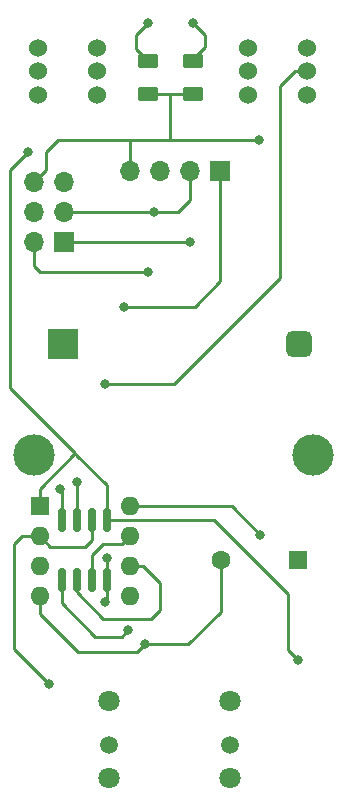
<source format=gbr>
%TF.GenerationSoftware,KiCad,Pcbnew,6.0.9*%
%TF.CreationDate,2023-02-22T15:13:05+01:00*%
%TF.ProjectId,sygeco1,73796765-636f-4312-9e6b-696361645f70,1.0*%
%TF.SameCoordinates,Original*%
%TF.FileFunction,Copper,L1,Top*%
%TF.FilePolarity,Positive*%
%FSLAX46Y46*%
G04 Gerber Fmt 4.6, Leading zero omitted, Abs format (unit mm)*
G04 Created by KiCad (PCBNEW 6.0.9) date 2023-02-22 15:13:05*
%MOMM*%
%LPD*%
G01*
G04 APERTURE LIST*
G04 Aperture macros list*
%AMRoundRect*
0 Rectangle with rounded corners*
0 $1 Rounding radius*
0 $2 $3 $4 $5 $6 $7 $8 $9 X,Y pos of 4 corners*
0 Add a 4 corners polygon primitive as box body*
4,1,4,$2,$3,$4,$5,$6,$7,$8,$9,$2,$3,0*
0 Add four circle primitives for the rounded corners*
1,1,$1+$1,$2,$3*
1,1,$1+$1,$4,$5*
1,1,$1+$1,$6,$7*
1,1,$1+$1,$8,$9*
0 Add four rect primitives between the rounded corners*
20,1,$1+$1,$2,$3,$4,$5,0*
20,1,$1+$1,$4,$5,$6,$7,0*
20,1,$1+$1,$6,$7,$8,$9,0*
20,1,$1+$1,$8,$9,$2,$3,0*%
G04 Aperture macros list end*
%TA.AperFunction,ComponentPad*%
%ADD10C,1.524000*%
%TD*%
%TA.AperFunction,ComponentPad*%
%ADD11R,1.700000X1.700000*%
%TD*%
%TA.AperFunction,ComponentPad*%
%ADD12O,1.700000X1.700000*%
%TD*%
%TA.AperFunction,SMDPad,CuDef*%
%ADD13RoundRect,0.250000X0.625000X-0.375000X0.625000X0.375000X-0.625000X0.375000X-0.625000X-0.375000X0*%
%TD*%
%TA.AperFunction,ComponentPad*%
%ADD14R,1.600000X1.600000*%
%TD*%
%TA.AperFunction,ComponentPad*%
%ADD15C,1.600000*%
%TD*%
%TA.AperFunction,ComponentPad*%
%ADD16C,1.800000*%
%TD*%
%TA.AperFunction,ComponentPad*%
%ADD17C,1.500000*%
%TD*%
%TA.AperFunction,ComponentPad*%
%ADD18C,3.500000*%
%TD*%
%TA.AperFunction,ComponentPad*%
%ADD19R,2.500000X2.500000*%
%TD*%
%TA.AperFunction,ComponentPad*%
%ADD20RoundRect,0.550000X-0.550000X-0.550000X0.550000X-0.550000X0.550000X0.550000X-0.550000X0.550000X0*%
%TD*%
%TA.AperFunction,SMDPad,CuDef*%
%ADD21RoundRect,0.162500X-0.162500X0.825000X-0.162500X-0.825000X0.162500X-0.825000X0.162500X0.825000X0*%
%TD*%
%TA.AperFunction,ComponentPad*%
%ADD22O,1.600000X1.600000*%
%TD*%
%TA.AperFunction,ViaPad*%
%ADD23C,0.800000*%
%TD*%
%TA.AperFunction,Conductor*%
%ADD24C,0.250000*%
%TD*%
G04 APERTURE END LIST*
D10*
%TO.P,SW1,1,A*%
%TO.N,unconnected-(SW1-Pad1)*%
X130954000Y-62690000D03*
%TO.P,SW1,2,B*%
%TO.N,Net-(BT1-Pad1)*%
X130954000Y-60690000D03*
%TO.P,SW1,3,C*%
%TO.N,VCC*%
X130954000Y-58690000D03*
%TO.P,SW1,4,A*%
%TO.N,unconnected-(SW1-Pad4)*%
X135954000Y-62690000D03*
%TO.P,SW1,5,B*%
%TO.N,Net-(BT1-Pad1)*%
X135954000Y-60690000D03*
%TO.P,SW1,6,C*%
%TO.N,VCC*%
X135954000Y-58690000D03*
%TD*%
%TO.P,SW2,1,A*%
%TO.N,unconnected-(SW2-Pad1)*%
X148734000Y-62690000D03*
%TO.P,SW2,2,B*%
%TO.N,VCC*%
X148734000Y-60690000D03*
%TO.P,SW2,3,C*%
%TO.N,Net-(R9-Pad1)*%
X148734000Y-58690000D03*
%TO.P,SW2,4,A*%
%TO.N,unconnected-(SW2-Pad4)*%
X153734000Y-62690000D03*
%TO.P,SW2,5,B*%
%TO.N,Net-(SW2-Pad5)*%
X153734000Y-60690000D03*
%TO.P,SW2,6,C*%
%TO.N,Net-(R10-Pad2)*%
X153734000Y-58690000D03*
%TD*%
D11*
%TO.P,J1,1,SDA*%
%TO.N,SDA*%
X146354800Y-69138800D03*
D12*
%TO.P,J1,2,SCL*%
%TO.N,SCL*%
X143814800Y-69138800D03*
%TO.P,J1,3,Vcc*%
%TO.N,VCC*%
X141274800Y-69138800D03*
%TO.P,J1,4,GND*%
%TO.N,GND*%
X138734800Y-69138800D03*
%TD*%
D13*
%TO.P,D1,1,K*%
%TO.N,GND*%
X140208000Y-62614000D03*
%TO.P,D1,2,A*%
%TO.N,Net-(D1-Pad2)*%
X140208000Y-59814000D03*
%TD*%
D14*
%TO.P,LS1,1,1*%
%TO.N,Net-(LS1-Pad1)*%
X152908000Y-102108000D03*
D15*
%TO.P,LS1,2,2*%
%TO.N,GND*%
X146408000Y-102108000D03*
%TD*%
D16*
%TO.P,S1,1,A*%
%TO.N,Net-(R1-Pad2)*%
X136906000Y-114046000D03*
D17*
%TO.P,S1,2,B*%
%TO.N,Net-(R8-Pad2)*%
X136906000Y-117746000D03*
D16*
%TO.P,S1,3,C*%
%TO.N,Net-(R5-Pad2)*%
X136906000Y-120546000D03*
%TO.P,S1,4,Com*%
%TO.N,GND*%
X147206000Y-120546000D03*
D17*
%TO.P,S1,5,D*%
%TO.N,Net-(R2-Pad2)*%
X147206000Y-117746000D03*
D16*
%TO.P,S1,6,Center*%
%TO.N,Button*%
X147206000Y-114046000D03*
%TD*%
D11*
%TO.P,J2,1,MISO*%
%TO.N,Button*%
X133096000Y-75184000D03*
D12*
%TO.P,J2,2,VCC*%
%TO.N,VCC*%
X130556000Y-75184000D03*
%TO.P,J2,3,SCK*%
%TO.N,SCL*%
X133096000Y-72644000D03*
%TO.P,J2,4,MOSI*%
%TO.N,SDA*%
X130556000Y-72644000D03*
%TO.P,J2,5,~{RST}*%
%TO.N,PAD_AXIS_1*%
X133096000Y-70104000D03*
%TO.P,J2,6,GND*%
%TO.N,GND*%
X130556000Y-70104000D03*
%TD*%
D18*
%TO.P,H1,1*%
%TO.N,N/C*%
X130556000Y-93218000D03*
%TD*%
%TO.P,H2,1*%
%TO.N,N/C*%
X154178000Y-93218000D03*
%TD*%
D13*
%TO.P,D2,1,K*%
%TO.N,GND*%
X144018000Y-62614000D03*
%TO.P,D2,2,A*%
%TO.N,Net-(D2-Pad2)*%
X144018000Y-59814000D03*
%TD*%
D19*
%TO.P,BT1,1,+*%
%TO.N,Net-(BT1-Pad1)*%
X133040000Y-83770000D03*
D20*
%TO.P,BT1,2,-*%
%TO.N,GND*%
X153040000Y-83770000D03*
%TD*%
D14*
%TO.P,U1,1,~{RESET}/PB5*%
%TO.N,PAD_AXIS_1*%
X131064000Y-97536000D03*
D21*
X136762800Y-98689700D03*
D22*
%TO.P,U1,2,XTAL1/PB3*%
%TO.N,PAD_AXIS_2*%
X131064000Y-100076000D03*
D21*
X135492800Y-98689700D03*
D22*
%TO.P,U1,3,XTAL2/PB4*%
%TO.N,Net-(SW2-Pad5)*%
X131064000Y-102616000D03*
D21*
X134222800Y-98689700D03*
D22*
%TO.P,U1,4,GND*%
%TO.N,GND*%
X131064000Y-105156000D03*
D21*
X132952800Y-98689700D03*
%TO.P,U1,5,AREF/PB0*%
%TO.N,SDA*%
X132952800Y-103764700D03*
D22*
X138684000Y-105156000D03*
%TO.P,U1,6,PB1*%
%TO.N,Button*%
X138684000Y-102616000D03*
D21*
X134222800Y-103764700D03*
D22*
%TO.P,U1,7,PB2*%
%TO.N,SCL*%
X138684000Y-100076000D03*
D21*
X135492800Y-103764700D03*
%TO.P,U1,8,VCC*%
%TO.N,VCC*%
X136762800Y-103764700D03*
D22*
X138684000Y-97536000D03*
%TD*%
D23*
%TO.N,GND*%
X149606000Y-66548000D03*
X139954000Y-109220000D03*
X132765800Y-96037400D03*
%TO.N,SDA*%
X138176000Y-80645000D03*
X138582400Y-108000800D03*
%TO.N,SCL*%
X140716000Y-72644000D03*
%TO.N,VCC*%
X136626600Y-105664000D03*
X140208000Y-77724000D03*
X136762800Y-101888600D03*
X149758400Y-99974400D03*
%TO.N,Button*%
X143764000Y-75184000D03*
%TO.N,Net-(D1-Pad2)*%
X140208000Y-56642000D03*
%TO.N,PAD_AXIS_1*%
X130048000Y-67564000D03*
X152908000Y-110540800D03*
%TO.N,PAD_AXIS_2*%
X131825400Y-112548000D03*
%TO.N,Net-(SW2-Pad5)*%
X136601200Y-87172800D03*
X134222800Y-95444000D03*
%TO.N,Net-(D2-Pad2)*%
X144018000Y-56642000D03*
%TD*%
D24*
%TO.N,GND*%
X130556000Y-70104000D02*
X131572000Y-69088000D01*
X143637000Y-109220000D02*
X139954000Y-109220000D01*
X138684000Y-66548000D02*
X132588000Y-66548000D01*
X138734800Y-66598800D02*
X138684000Y-66548000D01*
X142116000Y-66545000D02*
X142113000Y-66548000D01*
X131064000Y-105156000D02*
X131064000Y-106680000D01*
X142113000Y-66548000D02*
X138684000Y-66548000D01*
X146408000Y-102108000D02*
X146408000Y-106449000D01*
X142116000Y-62614000D02*
X142116000Y-66545000D01*
X131064000Y-106680000D02*
X134289800Y-109905800D01*
X149606000Y-66548000D02*
X142113000Y-66548000D01*
X142116000Y-62614000D02*
X140208000Y-62614000D01*
X134289800Y-109905800D02*
X139268200Y-109905800D01*
X131572000Y-69088000D02*
X131572000Y-67564000D01*
X139268200Y-109905800D02*
X139954000Y-109220000D01*
X132952800Y-96224400D02*
X132765800Y-96037400D01*
X144018000Y-62614000D02*
X142116000Y-62614000D01*
X132588000Y-66548000D02*
X132334000Y-66802000D01*
X138734800Y-69138800D02*
X138734800Y-66598800D01*
X132952800Y-98689700D02*
X132952800Y-96224400D01*
X146408000Y-106449000D02*
X143637000Y-109220000D01*
X131572000Y-67564000D02*
X132334000Y-66802000D01*
%TO.N,SDA*%
X144208500Y-80645000D02*
X138176000Y-80645000D01*
X132952800Y-105724000D02*
X135788400Y-108559600D01*
X135788400Y-108559600D02*
X138023600Y-108559600D01*
X132952800Y-103764700D02*
X132952800Y-105724000D01*
X146354800Y-69138800D02*
X146354800Y-78498700D01*
X138023600Y-108559600D02*
X138582400Y-108000800D01*
X146354800Y-78498700D02*
X144208500Y-80645000D01*
%TO.N,SCL*%
X135492800Y-101641600D02*
X136398000Y-100736400D01*
X133096000Y-72644000D02*
X140716000Y-72644000D01*
X142748000Y-72644000D02*
X143814800Y-71577200D01*
X140716000Y-72644000D02*
X142748000Y-72644000D01*
X138684000Y-100076000D02*
X138023600Y-100736400D01*
X135492800Y-103764700D02*
X135492800Y-101641600D01*
X143814800Y-71577200D02*
X143814800Y-69138800D01*
X138023600Y-100736400D02*
X136398000Y-100736400D01*
%TO.N,VCC*%
X130556000Y-75184000D02*
X130556000Y-77216000D01*
X130556000Y-77216000D02*
X131064000Y-77724000D01*
X136762800Y-103764700D02*
X136762800Y-101888600D01*
X136762800Y-103764700D02*
X136762800Y-105527800D01*
X136762800Y-105527800D02*
X136626600Y-105664000D01*
X131064000Y-77724000D02*
X140208000Y-77724000D01*
X147320000Y-97536000D02*
X149758400Y-99974400D01*
X138684000Y-97536000D02*
X147320000Y-97536000D01*
%TO.N,Button*%
X141224000Y-104013000D02*
X141224000Y-106299000D01*
X133096000Y-75184000D02*
X143764000Y-75184000D01*
X139827000Y-102616000D02*
X141224000Y-104013000D01*
X134222800Y-103764700D02*
X134222800Y-104809600D01*
X134222800Y-104809600D02*
X136448800Y-107035600D01*
X138684000Y-102616000D02*
X139827000Y-102616000D01*
X136448800Y-107035600D02*
X140487400Y-107035600D01*
X141224000Y-106299000D02*
X140487400Y-107035600D01*
%TO.N,Net-(D1-Pad2)*%
X140208000Y-56642000D02*
X139192000Y-57658000D01*
X139192000Y-58798000D02*
X140208000Y-59814000D01*
X139192000Y-57658000D02*
X139192000Y-58798000D01*
%TO.N,PAD_AXIS_1*%
X128524000Y-87503000D02*
X128524000Y-69088000D01*
X131064000Y-96062800D02*
X131064000Y-97536000D01*
X152082500Y-109715300D02*
X152082500Y-104965500D01*
X128524000Y-69088000D02*
X130048000Y-67564000D01*
X145806700Y-98689700D02*
X136762800Y-98689700D01*
X134073900Y-93052900D02*
X128524000Y-87503000D01*
X152908000Y-110540800D02*
X152082500Y-109715300D01*
X136762800Y-95741800D02*
X136762800Y-96478400D01*
X134073900Y-93052900D02*
X131064000Y-96062800D01*
X147993100Y-100876100D02*
X145806700Y-98689700D01*
X147993100Y-100876100D02*
X152082500Y-104965500D01*
X134175500Y-93154500D02*
X134073900Y-93052900D01*
X134175500Y-93154500D02*
X136762800Y-95741800D01*
X136762800Y-98689700D02*
X136762800Y-96478400D01*
%TO.N,PAD_AXIS_2*%
X128930400Y-100685600D02*
X128930400Y-109653000D01*
X129540000Y-100076000D02*
X128930400Y-100685600D01*
X131064000Y-100076000D02*
X131953000Y-100965000D01*
X131064000Y-100076000D02*
X129540000Y-100076000D01*
X135492800Y-100346200D02*
X135492800Y-98689700D01*
X131953000Y-100965000D02*
X134874000Y-100965000D01*
X134874000Y-100965000D02*
X135492800Y-100346200D01*
X128930400Y-109653000D02*
X131825400Y-112548000D01*
%TO.N,Net-(SW2-Pad5)*%
X134222800Y-98689700D02*
X134222800Y-95444000D01*
X151384000Y-78232000D02*
X151384000Y-61976000D01*
X136601200Y-87172800D02*
X142443200Y-87172800D01*
X151384000Y-61976000D02*
X152670000Y-60690000D01*
X142443200Y-87172800D02*
X151384000Y-78232000D01*
X152670000Y-60690000D02*
X153734000Y-60690000D01*
%TO.N,Net-(D2-Pad2)*%
X145034000Y-58674000D02*
X145034000Y-57658000D01*
X144018000Y-59814000D02*
X144018000Y-59690000D01*
X145034000Y-57658000D02*
X144018000Y-56642000D01*
X144018000Y-59690000D02*
X145034000Y-58674000D01*
%TD*%
M02*

</source>
